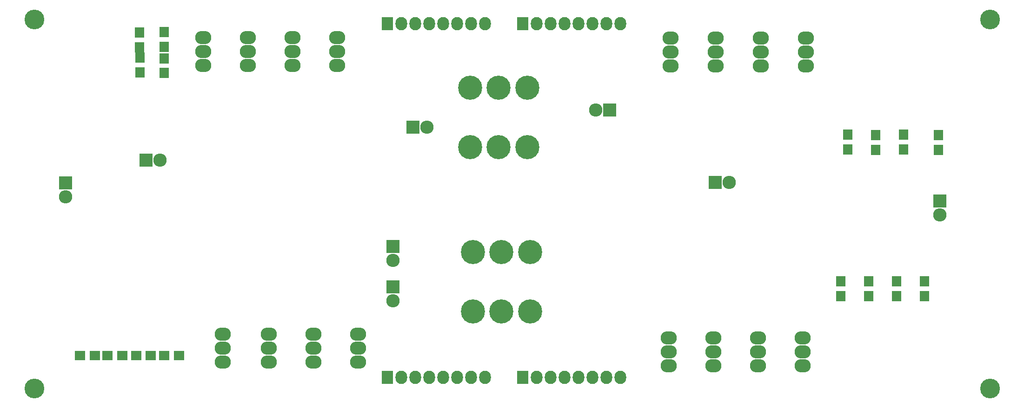
<source format=gbr>
G04 #@! TF.FileFunction,Soldermask,Bot*
%FSLAX46Y46*%
G04 Gerber Fmt 4.6, Leading zero omitted, Abs format (unit mm)*
G04 Created by KiCad (PCBNEW 4.0.7) date 10/08/17 10:55:57*
%MOMM*%
%LPD*%
G01*
G04 APERTURE LIST*
%ADD10C,0.100000*%
%ADD11C,3.600000*%
%ADD12O,2.940000X2.432000*%
%ADD13R,2.432000X2.432000*%
%ADD14O,2.432000X2.432000*%
%ADD15C,4.400000*%
%ADD16R,2.127200X2.432000*%
%ADD17O,2.127200X2.432000*%
%ADD18R,1.700000X1.900000*%
%ADD19R,1.900000X1.700000*%
G04 APERTURE END LIST*
D10*
D11*
X63500000Y-125730000D03*
X63500000Y-58420000D03*
X237490000Y-125730000D03*
D12*
X102362000Y-64262000D03*
X102362000Y-66802000D03*
X102362000Y-61722000D03*
X110490000Y-64262000D03*
X110490000Y-66802000D03*
X110490000Y-61722000D03*
X94234000Y-64262000D03*
X94234000Y-66802000D03*
X94234000Y-61722000D03*
X118618000Y-64262000D03*
X118618000Y-66802000D03*
X118618000Y-61722000D03*
D13*
X132461000Y-78105000D03*
D14*
X135001000Y-78105000D03*
D15*
X142836000Y-81700000D03*
X142836000Y-70900000D03*
X148046000Y-81700000D03*
X148046000Y-70900000D03*
X153256000Y-81700000D03*
X153256000Y-70900000D03*
D13*
X128778000Y-107188000D03*
D14*
X128778000Y-109728000D03*
D13*
X128778000Y-99822000D03*
D14*
X128778000Y-102362000D03*
D15*
X143344000Y-111672000D03*
X143344000Y-100872000D03*
X148554000Y-111672000D03*
X148554000Y-100872000D03*
X153764000Y-111672000D03*
X153764000Y-100872000D03*
D16*
X127762000Y-59182000D03*
D17*
X130302000Y-59182000D03*
X132842000Y-59182000D03*
X135382000Y-59182000D03*
X137922000Y-59182000D03*
X140462000Y-59182000D03*
X143002000Y-59182000D03*
X145542000Y-59182000D03*
D16*
X127762000Y-123698000D03*
D17*
X130302000Y-123698000D03*
X132842000Y-123698000D03*
X135382000Y-123698000D03*
X137922000Y-123698000D03*
X140462000Y-123698000D03*
X143002000Y-123698000D03*
X145542000Y-123698000D03*
D16*
X152400000Y-59182000D03*
D17*
X154940000Y-59182000D03*
X157480000Y-59182000D03*
X160020000Y-59182000D03*
X162560000Y-59182000D03*
X165100000Y-59182000D03*
X167640000Y-59182000D03*
X170180000Y-59182000D03*
D16*
X152400000Y-123698000D03*
D17*
X154940000Y-123698000D03*
X157480000Y-123698000D03*
X160020000Y-123698000D03*
X162560000Y-123698000D03*
X165100000Y-123698000D03*
X167640000Y-123698000D03*
X170180000Y-123698000D03*
D13*
X168275000Y-74930000D03*
D14*
X165735000Y-74930000D03*
D12*
X179324000Y-64389000D03*
X179324000Y-66929000D03*
X179324000Y-61849000D03*
X187536666Y-64389000D03*
X187536666Y-66929000D03*
X187536666Y-61849000D03*
X97790000Y-118364000D03*
X97790000Y-115824000D03*
X97790000Y-120904000D03*
X106172000Y-118364000D03*
X106172000Y-115824000D03*
X106172000Y-120904000D03*
X114300000Y-118364000D03*
X114300000Y-115824000D03*
X114300000Y-120904000D03*
X122428000Y-118364000D03*
X122428000Y-115824000D03*
X122428000Y-120904000D03*
X195749332Y-64389000D03*
X195749332Y-66929000D03*
X195749332Y-61849000D03*
X203961998Y-64389000D03*
X203961998Y-66929000D03*
X203961998Y-61849000D03*
X178990855Y-119054938D03*
X178990855Y-116514938D03*
X178990855Y-121594938D03*
X187118854Y-119054938D03*
X187118854Y-116514938D03*
X187118854Y-121594938D03*
X195246853Y-119054938D03*
X195246853Y-116514938D03*
X195246853Y-121594938D03*
X203374852Y-119054938D03*
X203374852Y-116514938D03*
X203374852Y-121594938D03*
D13*
X69215000Y-88265000D03*
D14*
X69215000Y-90805000D03*
D13*
X228346000Y-91567000D03*
D14*
X228346000Y-94107000D03*
D13*
X83820000Y-84074000D03*
D14*
X86360000Y-84074000D03*
D13*
X187452000Y-88138000D03*
D14*
X189992000Y-88138000D03*
D11*
X237490000Y-58420000D03*
D18*
X82677000Y-60816500D03*
X82677000Y-63516500D03*
X87185500Y-60753000D03*
X87185500Y-63453000D03*
X82740500Y-68088500D03*
X82740500Y-65388500D03*
X87185500Y-68215500D03*
X87185500Y-65515500D03*
D19*
X71802000Y-119697500D03*
X74502000Y-119697500D03*
X76818500Y-119697500D03*
X79518500Y-119697500D03*
X82025500Y-119697500D03*
X84725500Y-119697500D03*
X87169000Y-119761000D03*
X89869000Y-119761000D03*
D18*
X211582000Y-82169000D03*
X211582000Y-79469000D03*
X216662000Y-82249000D03*
X216662000Y-79549000D03*
X221742000Y-82169000D03*
X221742000Y-79469000D03*
X228092000Y-82249000D03*
X228092000Y-79549000D03*
X210312000Y-106219000D03*
X210312000Y-108919000D03*
X215392000Y-106219000D03*
X215392000Y-108919000D03*
X220472000Y-106219000D03*
X220472000Y-108919000D03*
X225552000Y-106219000D03*
X225552000Y-108919000D03*
M02*

</source>
